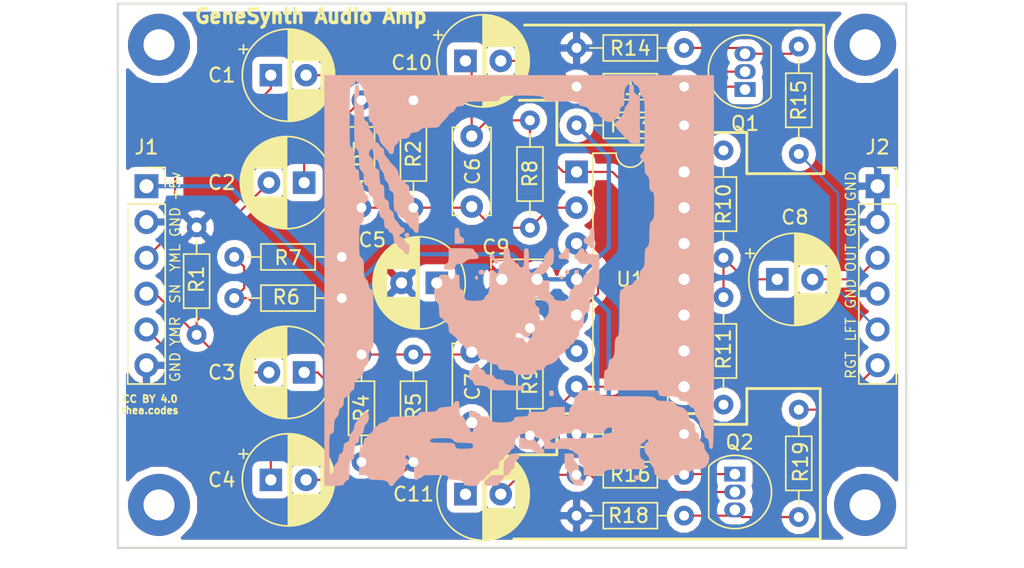
<source format=kicad_pcb>
(kicad_pcb (version 20171130) (host pcbnew "(5.0.0-3-g5ebb6b6)")
  (title_block (title "MegaAmp Board") (date 2018-10-03) (rev v0) (company thea.codes) (comment 1 "Thea Flowers") (comment 2 "CC BY 4.0"))
  (layers (0 F.Cu signal) (31 B.Cu signal) (34 B.Paste user) (36 B.SilkS user) (37 F.SilkS user) (38 B.Mask user) (39 F.Mask user) (44 Edge.Cuts user))
  (net 0 "")
  (net 1 "Net-(C1-Pad2)")
  (net 2 "Net-(C2-Pad1)")
  (net 3 "Net-(C3-Pad1)")
  (net 4 "Net-(C4-Pad2)")
  (net 5 "Net-(C5-Pad1)")
  (net 6 GND)
  (net 7 "Net-(C6-Pad2)")
  (net 8 "Net-(C7-Pad2)")
  (net 9 "Net-(C8-Pad1)")
  (net 10 +5V)
  (net 11 "Net-(R10-Pad2)")
  (net 12 "Net-(R11-Pad1)")
  (net 13 RawAudioLeft)
  (net 14 RawAudioRight)
  (net 15 "Net-(C10-Pad2)")
  (net 16 "Net-(C11-Pad2)")
  (net 17 "Net-(Q1-Pad1)")
  (net 18 "Net-(Q1-Pad3)")
  (net 19 "Net-(Q2-Pad3)")
  (net 20 "Net-(Q2-Pad1)")
  (net 21 HeadphoneLeft)
  (net 22 HeadphoneRight)
  (net 23 YMLeft)
  (net 24 SN)
  (net 25 YMRight)
  (net 26 Mono)
  (module MountingHole:MountingHole_2.2mm_M2_Pad (layer F.Cu) (at 79.629 82.423)
    (fp_text reference REF** hide)
    (fp_text value MountingHole_2.2mm_M2_Pad)
    (pad 1 thru_hole circle (at 0 0) (size 4.4 4.4) (drill 2.2) (layers *.Cu *.Mask))
  )
  (module MountingHole:MountingHole_2.2mm_M2_Pad (layer F.Cu) (at 129.667 82.423)
    (fp_text reference REF** hide)
    (fp_text value MountingHole_2.2mm_M2_Pad)
    (pad 1 thru_hole circle (at 0 0) (size 4.4 4.4) (drill 2.2) (layers *.Cu *.Mask))
  )
  (module MountingHole:MountingHole_2.2mm_M2_Pad (layer F.Cu) (at 79.629 115.062)
    (fp_text reference REF** hide)
    (fp_text value MountingHole_2.2mm_M2_Pad)
    (pad 1 thru_hole circle (at 0 0) (size 4.4 4.4) (drill 2.2) (layers *.Cu *.Mask))
  )
  (module "Mega Amp:nei" (layer B.Cu) (at 105.156 99.06 180)
    (fp_text reference G*** hide)
    (fp_text value LOGO hide)
  )
  (module Resistor_THT:R_Axial_DIN0204_L3.6mm_D1.6mm_P7.62mm_Horizontal (layer F.Cu) (at 116.84 88.138 180)
    (fp_text reference R13 (at 3.81 0 180) (layer F.SilkS))
    (fp_text value 27)
    (pad 2 thru_hole oval (at 7.62 0 180) (size 1.4 1.4) (drill 0.7) (layers *.Cu *.Mask) (net 10 +5V))
    (pad 1 thru_hole circle (at 0 0 180) (size 1.4 1.4) (drill 0.7) (layers *.Cu *.Mask) (net 17 "Net-(Q1-Pad1)"))
  )
  (module Resistor_THT:R_Axial_DIN0204_L3.6mm_D1.6mm_P7.62mm_Horizontal (layer F.Cu) (at 116.84 82.65 180)
    (fp_text reference R14 (at 3.81 -0.027 180) (layer F.SilkS))
    (fp_text value 330)
    (pad 1 thru_hole circle (at 0 0 180) (size 1.4 1.4) (drill 0.7) (layers *.Cu *.Mask) (net 18 "Net-(Q1-Pad3)"))
    (pad 2 thru_hole oval (at 7.62 0 180) (size 1.4 1.4) (drill 0.7) (layers *.Cu *.Mask) (net 6 GND))
  )
  (module Resistor_THT:R_Axial_DIN0204_L3.6mm_D1.6mm_P7.62mm_Horizontal (layer F.Cu) (at 124.968 82.55 270)
    (fp_text reference R15 (at 3.81 0 270) (layer F.SilkS))
    (fp_text value 33)
    (pad 2 thru_hole oval (at 7.62 0 270) (size 1.4 1.4) (drill 0.7) (layers *.Cu *.Mask) (net 21 HeadphoneLeft))
    (pad 1 thru_hole circle (at 0 0 270) (size 1.4 1.4) (drill 0.7) (layers *.Cu *.Mask) (net 18 "Net-(Q1-Pad3)"))
  )
  (module Resistor_THT:R_Axial_DIN0204_L3.6mm_D1.6mm_P7.62mm_Horizontal (layer F.Cu) (at 109.22 112.9284)
    (fp_text reference R16 (at 3.81 -0.0254) (layer F.SilkS))
    (fp_text value 75K)
    (pad 2 thru_hole oval (at 7.62 0) (size 1.4 1.4) (drill 0.7) (layers *.Cu *.Mask) (net 20 "Net-(Q2-Pad1)"))
    (pad 1 thru_hole circle (at 0 0) (size 1.4 1.4) (drill 0.7) (layers *.Cu *.Mask) (net 16 "Net-(C11-Pad2)"))
  )
  (module Resistor_THT:R_Axial_DIN0204_L3.6mm_D1.6mm_P7.62mm_Horizontal (layer F.Cu) (at 116.84 110.0328 180)
    (fp_text reference R17 (at 3.81 -0.0762 180) (layer F.SilkS))
    (fp_text value 27)
    (pad 1 thru_hole circle (at 0 0 180) (size 1.4 1.4) (drill 0.7) (layers *.Cu *.Mask) (net 20 "Net-(Q2-Pad1)"))
    (pad 2 thru_hole oval (at 7.62 0 180) (size 1.4 1.4) (drill 0.7) (layers *.Cu *.Mask) (net 10 +5V))
  )
  (module Resistor_THT:R_Axial_DIN0204_L3.6mm_D1.6mm_P7.62mm_Horizontal (layer F.Cu) (at 116.84 115.824 180)
    (fp_text reference R18 (at 3.937 0 180) (layer F.SilkS))
    (fp_text value 330)
    (pad 2 thru_hole oval (at 7.62 0 180) (size 1.4 1.4) (drill 0.7) (layers *.Cu *.Mask) (net 6 GND))
    (pad 1 thru_hole circle (at 0 0 180) (size 1.4 1.4) (drill 0.7) (layers *.Cu *.Mask) (net 19 "Net-(Q2-Pad3)"))
  )
  (module Resistor_THT:R_Axial_DIN0204_L3.6mm_D1.6mm_P7.62mm_Horizontal (layer F.Cu) (at 124.968 115.924 90)
    (fp_text reference R19 (at 3.91 0.127 90) (layer F.SilkS))
    (fp_text value 33)
    (pad 1 thru_hole circle (at 0 0 90) (size 1.4 1.4) (drill 0.7) (layers *.Cu *.Mask) (net 19 "Net-(Q2-Pad3)"))
    (pad 2 thru_hole oval (at 7.62 0 90) (size 1.4 1.4) (drill 0.7) (layers *.Cu *.Mask) (net 22 HeadphoneRight))
  )
  (module Capacitor_THT:CP_Radial_D6.3mm_P2.50mm (layer F.Cu) (at 87.551241 84.582)
    (fp_text reference C1 (at -3.477241 0) (layer F.SilkS))
    (fp_text value 10uF)
    (pad 2 thru_hole circle (at 2.5 0) (size 1.6 1.6) (drill 0.8) (layers *.Cu *.Mask) (net 1 "Net-(C1-Pad2)"))
    (pad 1 thru_hole rect (at 0 0) (size 1.6 1.6) (drill 0.8) (layers *.Cu *.Mask) (net 23 YMLeft))
  )
  (module Capacitor_THT:CP_Radial_D6.3mm_P2.50mm (layer F.Cu) (at 89.916 92.2024 180)
    (fp_text reference C2 (at 5.842 0.0004 180) (layer F.SilkS))
    (fp_text value 1uF)
    (pad 1 thru_hole rect (at 0 0 180) (size 1.6 1.6) (drill 0.8) (layers *.Cu *.Mask) (net 2 "Net-(C2-Pad1)"))
    (pad 2 thru_hole circle (at 2.5 0 180) (size 1.6 1.6) (drill 0.8) (layers *.Cu *.Mask) (net 24 SN))
  )
  (module Capacitor_THT:CP_Radial_D6.3mm_P2.50mm (layer F.Cu) (at 89.916 105.6636 180)
    (fp_text reference C3 (at 5.842 -0.0004 180) (layer F.SilkS))
    (fp_text value 1uF)
    (pad 1 thru_hole rect (at 0 0 180) (size 1.6 1.6) (drill 0.8) (layers *.Cu *.Mask) (net 3 "Net-(C3-Pad1)"))
    (pad 2 thru_hole circle (at 2.5 0 180) (size 1.6 1.6) (drill 0.8) (layers *.Cu *.Mask) (net 24 SN))
  )
  (module Capacitor_THT:CP_Radial_D6.3mm_P2.50mm (layer F.Cu) (at 87.551241 113.284)
    (fp_text reference C4 (at -3.477241 0) (layer F.SilkS))
    (fp_text value 10uF)
    (pad 2 thru_hole circle (at 2.5 0) (size 1.6 1.6) (drill 0.8) (layers *.Cu *.Mask) (net 4 "Net-(C4-Pad2)"))
    (pad 1 thru_hole rect (at 0 0) (size 1.6 1.6) (drill 0.8) (layers *.Cu *.Mask) (net 25 YMRight))
  )
  (module Capacitor_THT:CP_Radial_D6.3mm_P2.50mm (layer F.Cu) (at 99.314 99.314 180)
    (fp_text reference C5 (at 4.572 3.048) (layer F.SilkS))
    (fp_text value 100uF)
    (pad 1 thru_hole rect (at 0 0 180) (size 1.6 1.6) (drill 0.8) (layers *.Cu *.Mask) (net 5 "Net-(C5-Pad1)"))
    (pad 2 thru_hole circle (at 2.5 0 180) (size 1.6 1.6) (drill 0.8) (layers *.Cu *.Mask) (net 6 GND))
  )
  (module Capacitor_THT:C_Disc_D6.0mm_W2.5mm_P5.00mm (layer F.Cu) (at 101.788666 88.9 270)
    (fp_text reference C6 (at 2.5 -0.065334 270) (layer F.SilkS))
    (fp_text value 270pF)
    (pad 2 thru_hole circle (at 5 0 270) (size 1.6 1.6) (drill 0.8) (layers *.Cu *.Mask) (net 7 "Net-(C6-Pad2)"))
    (pad 1 thru_hole circle (at 0 0 270) (size 1.6 1.6) (drill 0.8) (layers *.Cu *.Mask) (net 13 RawAudioLeft))
  )
  (module Capacitor_THT:C_Disc_D6.0mm_W2.5mm_P5.00mm (layer F.Cu) (at 101.788666 109.22 90)
    (fp_text reference C7 (at 2.54 0.065334 90) (layer F.SilkS))
    (fp_text value 270pf)
    (pad 1 thru_hole circle (at 0 0 90) (size 1.6 1.6) (drill 0.8) (layers *.Cu *.Mask) (net 14 RawAudioRight))
    (pad 2 thru_hole circle (at 5 0 90) (size 1.6 1.6) (drill 0.8) (layers *.Cu *.Mask) (net 8 "Net-(C7-Pad2)"))
  )
  (module Capacitor_THT:CP_Radial_D6.3mm_P2.50mm (layer F.Cu) (at 123.444 99.06)
    (fp_text reference C8 (at 1.25 -4.4) (layer F.SilkS))
    (fp_text value 220uF)
    (pad 1 thru_hole rect (at 0 0) (size 1.6 1.6) (drill 0.8) (layers *.Cu *.Mask) (net 9 "Net-(C8-Pad1)"))
    (pad 2 thru_hole circle (at 2.5 0) (size 1.6 1.6) (drill 0.8) (layers *.Cu *.Mask) (net 26 Mono))
  )
  (module Capacitor_THT:CP_Radial_D6.3mm_P2.50mm (layer F.Cu) (at 101.346 83.566)
    (fp_text reference C10 (at -3.81 0.127) (layer F.SilkS))
    (fp_text value 220uF)
    (pad 2 thru_hole circle (at 2.5 0) (size 1.6 1.6) (drill 0.8) (layers *.Cu *.Mask) (net 15 "Net-(C10-Pad2)"))
    (pad 1 thru_hole rect (at 0 0) (size 1.6 1.6) (drill 0.8) (layers *.Cu *.Mask) (net 13 RawAudioLeft))
  )
  (module Capacitor_THT:CP_Radial_D6.3mm_P2.50mm (layer F.Cu) (at 101.346 114.3)
    (fp_text reference C11 (at -3.683 0) (layer F.SilkS))
    (fp_text value 220uF)
    (pad 2 thru_hole circle (at 2.5 0) (size 1.6 1.6) (drill 0.8) (layers *.Cu *.Mask) (net 16 "Net-(C11-Pad2)"))
    (pad 1 thru_hole rect (at 0 0) (size 1.6 1.6) (drill 0.8) (layers *.Cu *.Mask) (net 14 RawAudioRight))
  )
  (module Resistor_THT:R_Axial_DIN0204_L3.6mm_D1.6mm_P7.62mm_Horizontal (layer F.Cu) (at 82.296 95.377 270)
    (fp_text reference R1 (at 3.683 0 270) (layer F.SilkS))
    (fp_text value R)
    (pad 2 thru_hole oval (at 7.62 0 270) (size 1.4 1.4) (drill 0.7) (layers *.Cu *.Mask) (net 24 SN))
    (pad 1 thru_hole circle (at 0 0 270) (size 1.4 1.4) (drill 0.7) (layers *.Cu *.Mask) (net 6 GND))
  )
  (module Resistor_THT:R_Axial_DIN0204_L3.6mm_D1.6mm_P7.62mm_Horizontal (layer F.Cu) (at 97.659333 93.98 90)
    (fp_text reference R2 (at 3.81 0.003667 90) (layer F.SilkS))
    (fp_text value 51K)
    (pad 1 thru_hole circle (at 0 0 90) (size 1.4 1.4) (drill 0.7) (layers *.Cu *.Mask) (net 7 "Net-(C6-Pad2)"))
    (pad 2 thru_hole oval (at 7.62 0 90) (size 1.4 1.4) (drill 0.7) (layers *.Cu *.Mask) (net 1 "Net-(C1-Pad2)"))
  )
  (module Resistor_THT:R_Axial_DIN0204_L3.6mm_D1.6mm_P7.62mm_Horizontal (layer F.Cu) (at 93.98 93.98 90)
    (fp_text reference R3 (at 3.81 0 90) (layer F.SilkS))
    (fp_text value 100K)
    (pad 1 thru_hole circle (at 0 0 90) (size 1.4 1.4) (drill 0.7) (layers *.Cu *.Mask) (net 7 "Net-(C6-Pad2)"))
    (pad 2 thru_hole oval (at 7.62 0 90) (size 1.4 1.4) (drill 0.7) (layers *.Cu *.Mask) (net 2 "Net-(C2-Pad1)"))
  )
  (module Resistor_THT:R_Axial_DIN0204_L3.6mm_D1.6mm_P7.62mm_Horizontal (layer F.Cu) (at 93.98 104.394 270)
    (fp_text reference R4 (at 3.81 0 270) (layer F.SilkS))
    (fp_text value 100K)
    (pad 1 thru_hole circle (at 0 0 270) (size 1.4 1.4) (drill 0.7) (layers *.Cu *.Mask) (net 8 "Net-(C7-Pad2)"))
    (pad 2 thru_hole oval (at 7.62 0 270) (size 1.4 1.4) (drill 0.7) (layers *.Cu *.Mask) (net 3 "Net-(C3-Pad1)"))
  )
  (module Resistor_THT:R_Axial_DIN0204_L3.6mm_D1.6mm_P7.62mm_Horizontal (layer F.Cu) (at 97.659333 104.394 270)
    (fp_text reference R5 (at 3.683 -0.003667 270) (layer F.SilkS))
    (fp_text value 51K)
    (pad 1 thru_hole circle (at 0 0 270) (size 1.4 1.4) (drill 0.7) (layers *.Cu *.Mask) (net 8 "Net-(C7-Pad2)"))
    (pad 2 thru_hole oval (at 7.62 0 270) (size 1.4 1.4) (drill 0.7) (layers *.Cu *.Mask) (net 4 "Net-(C4-Pad2)"))
  )
  (module Resistor_THT:R_Axial_DIN0204_L3.6mm_D1.6mm_P7.62mm_Horizontal (layer F.Cu) (at 92.583 97.4728 180)
    (fp_text reference R7 (at 3.81 -0.0632 180) (layer F.SilkS))
    (fp_text value 750)
    (pad 2 thru_hole oval (at 7.62 0 180) (size 1.4 1.4) (drill 0.7) (layers *.Cu *.Mask) (net 5 "Net-(C5-Pad1)"))
    (pad 1 thru_hole circle (at 0 0 180) (size 1.4 1.4) (drill 0.7) (layers *.Cu *.Mask) (net 6 GND))
  )
  (module Resistor_THT:R_Axial_DIN0204_L3.6mm_D1.6mm_P7.62mm_Horizontal (layer F.Cu) (at 105.918 87.784 270)
    (fp_text reference R8 (at 3.783 0 270) (layer F.SilkS))
    (fp_text value 160)
    (pad 2 thru_hole oval (at 7.62 0 270) (size 1.4 1.4) (drill 0.7) (layers *.Cu *.Mask) (net 7 "Net-(C6-Pad2)"))
    (pad 1 thru_hole circle (at 0 0 270) (size 1.4 1.4) (drill 0.7) (layers *.Cu *.Mask) (net 13 RawAudioLeft))
  )
  (module Resistor_THT:R_Axial_DIN0204_L3.6mm_D1.6mm_P7.62mm_Horizontal (layer F.Cu) (at 105.918 110.1328 90)
    (fp_text reference R9 (at 3.8338 0 90) (layer F.SilkS))
    (fp_text value 160)
    (pad 1 thru_hole circle (at 0 0 90) (size 1.4 1.4) (drill 0.7) (layers *.Cu *.Mask) (net 14 RawAudioRight))
    (pad 2 thru_hole oval (at 7.62 0 90) (size 1.4 1.4) (drill 0.7) (layers *.Cu *.Mask) (net 8 "Net-(C7-Pad2)"))
  )
  (module Resistor_THT:R_Axial_DIN0204_L3.6mm_D1.6mm_P7.62mm_Horizontal (layer F.Cu) (at 119.634 97.536 90)
    (fp_text reference R10 (at 3.81 0 90) (layer F.SilkS))
    (fp_text value 330)
    (pad 2 thru_hole oval (at 7.62 0 90) (size 1.4 1.4) (drill 0.7) (layers *.Cu *.Mask) (net 11 "Net-(R10-Pad2)"))
    (pad 1 thru_hole circle (at 0 0 90) (size 1.4 1.4) (drill 0.7) (layers *.Cu *.Mask) (net 9 "Net-(C8-Pad1)"))
  )
  (module Resistor_THT:R_Axial_DIN0204_L3.6mm_D1.6mm_P7.62mm_Horizontal (layer F.Cu) (at 119.634 107.95 90)
    (fp_text reference R11 (at 3.937 0 90) (layer F.SilkS))
    (fp_text value 330)
    (pad 1 thru_hole circle (at 0 0 90) (size 1.4 1.4) (drill 0.7) (layers *.Cu *.Mask) (net 12 "Net-(R11-Pad1)"))
    (pad 2 thru_hole oval (at 7.62 0 90) (size 1.4 1.4) (drill 0.7) (layers *.Cu *.Mask) (net 9 "Net-(C8-Pad1)"))
  )
  (module Resistor_THT:R_Axial_DIN0204_L3.6mm_D1.6mm_P7.62mm_Horizontal (layer F.Cu) (at 109.22 85.394)
    (fp_text reference R12 (at 3.81 0.077) (layer F.SilkS))
    (fp_text value 75K)
    (pad 2 thru_hole oval (at 7.62 0) (size 1.4 1.4) (drill 0.7) (layers *.Cu *.Mask) (net 17 "Net-(Q1-Pad1)"))
    (pad 1 thru_hole circle (at 0 0) (size 1.4 1.4) (drill 0.7) (layers *.Cu *.Mask) (net 15 "Net-(C10-Pad2)"))
  )
  (module Package_TO_SOT_THT:TO-92_Inline (layer F.Cu) (at 121.158 85.6 90)
    (fp_text reference Q1 (at -2.411 0 180) (layer F.SilkS))
    (fp_text value BC547)
    (pad 1 thru_hole rect (at 0 0 90) (size 1.05 1.5) (drill 0.75) (layers *.Cu *.Mask) (net 17 "Net-(Q1-Pad1)"))
    (pad 3 thru_hole oval (at 2.54 0 90) (size 1.05 1.5) (drill 0.75) (layers *.Cu *.Mask) (net 18 "Net-(Q1-Pad3)"))
    (pad 2 thru_hole oval (at 1.27 0 90) (size 1.05 1.5) (drill 0.75) (layers *.Cu *.Mask) (net 15 "Net-(C10-Pad2)"))
  )
  (module Package_TO_SOT_THT:TO-92_Inline (layer F.Cu) (at 120.438 112.874 270)
    (fp_text reference Q2 (at -2.257 -0.339 180) (layer F.SilkS))
    (fp_text value BC547)
    (pad 2 thru_hole oval (at 1.27 0 270) (size 1.05 1.5) (drill 0.75) (layers *.Cu *.Mask) (net 16 "Net-(C11-Pad2)"))
    (pad 3 thru_hole oval (at 2.54 0 270) (size 1.05 1.5) (drill 0.75) (layers *.Cu *.Mask) (net 19 "Net-(Q2-Pad3)"))
    (pad 1 thru_hole rect (at 0 0 270) (size 1.05 1.5) (drill 0.75) (layers *.Cu *.Mask) (net 20 "Net-(Q2-Pad1)"))
  )
  (module Connector_PinSocket_2.54mm:PinSocket_1x06_P2.54mm_Vertical (layer F.Cu) (at 130.556 92.456)
    (fp_text reference J2 (at 0 -2.77) (layer F.SilkS))
    (fp_text value Conn_01x06)
    (pad 1 thru_hole rect (at 0 0) (size 1.7 1.7) (drill 1) (layers *.Cu *.Mask) (net 6 GND))
    (pad 2 thru_hole oval (at 0 2.54) (size 1.7 1.7) (drill 1) (layers *.Cu *.Mask) (net 6 GND))
    (pad 3 thru_hole oval (at 0 5.08) (size 1.7 1.7) (drill 1) (layers *.Cu *.Mask) (net 26 Mono))
    (pad 4 thru_hole oval (at 0 7.62) (size 1.7 1.7) (drill 1) (layers *.Cu *.Mask) (net 6 GND))
    (pad 5 thru_hole oval (at 0 10.16) (size 1.7 1.7) (drill 1) (layers *.Cu *.Mask) (net 21 HeadphoneLeft))
    (pad 6 thru_hole oval (at 0 12.7) (size 1.7 1.7) (drill 1) (layers *.Cu *.Mask) (net 22 HeadphoneRight))
  )
  (module Package_DIP:DIP-14_W7.62mm (layer F.Cu) (at 109.22 91.44)
    (fp_text reference U1 (at 3.81 7.62) (layer F.SilkS))
    (fp_text value TL074)
    (pad 1 thru_hole rect (at 0 0) (size 1.6 1.6) (drill 0.8) (layers *.Cu *.Mask) (net 13 RawAudioLeft))
    (pad 8 thru_hole oval (at 7.62 15.24) (size 1.6 1.6) (drill 0.8) (layers *.Cu *.Mask) (net 12 "Net-(R11-Pad1)"))
    (pad 2 thru_hole oval (at 0 2.54) (size 1.6 1.6) (drill 0.8) (layers *.Cu *.Mask) (net 7 "Net-(C6-Pad2)"))
    (pad 9 thru_hole oval (at 7.62 12.7) (size 1.6 1.6) (drill 0.8) (layers *.Cu *.Mask) (net 12 "Net-(R11-Pad1)"))
    (pad 3 thru_hole oval (at 0 5.08) (size 1.6 1.6) (drill 0.8) (layers *.Cu *.Mask) (net 5 "Net-(C5-Pad1)"))
    (pad 10 thru_hole oval (at 7.62 10.16) (size 1.6 1.6) (drill 0.8) (layers *.Cu *.Mask) (net 14 RawAudioRight))
    (pad 4 thru_hole oval (at 0 7.62) (size 1.6 1.6) (drill 0.8) (layers *.Cu *.Mask) (net 10 +5V))
    (pad 11 thru_hole oval (at 7.62 7.62) (size 1.6 1.6) (drill 0.8) (layers *.Cu *.Mask) (net 6 GND))
    (pad 5 thru_hole oval (at 0 10.16) (size 1.6 1.6) (drill 0.8) (layers *.Cu *.Mask) (net 5 "Net-(C5-Pad1)"))
    (pad 12 thru_hole oval (at 7.62 5.08) (size 1.6 1.6) (drill 0.8) (layers *.Cu *.Mask) (net 13 RawAudioLeft))
    (pad 6 thru_hole oval (at 0 12.7) (size 1.6 1.6) (drill 0.8) (layers *.Cu *.Mask) (net 8 "Net-(C7-Pad2)"))
    (pad 13 thru_hole oval (at 7.62 2.54) (size 1.6 1.6) (drill 0.8) (layers *.Cu *.Mask) (net 11 "Net-(R10-Pad2)"))
    (pad 7 thru_hole oval (at 0 15.24) (size 1.6 1.6) (drill 0.8) (layers *.Cu *.Mask) (net 14 RawAudioRight))
    (pad 14 thru_hole oval (at 7.62 0) (size 1.6 1.6) (drill 0.8) (layers *.Cu *.Mask) (net 11 "Net-(R10-Pad2)"))
  )
  (module Capacitor_THT:C_Disc_D3.8mm_W2.6mm_P2.50mm (layer F.Cu) (at 106.426 99.06 180)
    (fp_text reference C9 (at 2.921 2.286) (layer F.SilkS))
    (fp_text value 100nF)
    (pad 1 thru_hole circle (at 0 0 180) (size 1.6 1.6) (drill 0.8) (layers *.Cu *.Mask) (net 10 +5V))
    (pad 2 thru_hole circle (at 2.5 0 180) (size 1.6 1.6) (drill 0.8) (layers *.Cu *.Mask) (net 6 GND))
  )
  (module Resistor_THT:R_Axial_DIN0204_L3.6mm_D1.6mm_P7.62mm_Horizontal (layer F.Cu) (at 84.963 100.3932)
    (fp_text reference R6 (at 3.683 -0.0632) (layer F.SilkS))
    (fp_text value 510)
    (pad 1 thru_hole circle (at 0 0) (size 1.4 1.4) (drill 0.7) (layers *.Cu *.Mask) (net 5 "Net-(C5-Pad1)"))
    (pad 2 thru_hole oval (at 7.62 0) (size 1.4 1.4) (drill 0.7) (layers *.Cu *.Mask) (net 10 +5V))
  )
  (module Connector_PinSocket_2.54mm:PinSocket_1x06_P2.54mm_Vertical (layer F.Cu) (at 78.74 92.456)
    (fp_text reference J1 (at 0 -2.77) (layer F.SilkS))
    (fp_text value Conn_01x06)
    (pad 6 thru_hole oval (at 0 12.7) (size 1.7 1.7) (drill 1) (layers *.Cu *.Mask) (net 6 GND))
    (pad 5 thru_hole oval (at 0 10.16) (size 1.7 1.7) (drill 1) (layers *.Cu *.Mask) (net 25 YMRight))
    (pad 4 thru_hole oval (at 0 7.62) (size 1.7 1.7) (drill 1) (layers *.Cu *.Mask) (net 24 SN))
    (pad 3 thru_hole oval (at 0 5.08) (size 1.7 1.7) (drill 1) (layers *.Cu *.Mask) (net 23 YMLeft))
    (pad 2 thru_hole oval (at 0 2.54) (size 1.7 1.7) (drill 1) (layers *.Cu *.Mask) (net 6 GND))
    (pad 1 thru_hole rect (at 0 0) (size 1.7 1.7) (drill 1) (layers *.Cu *.Mask) (net 10 +5V))
  )
  (module MountingHole:MountingHole_2.2mm_M2_Pad (layer F.Cu) (at 129.667 115.062)
    (fp_text reference REF** hide)
    (fp_text value MountingHole_2.2mm_M2_Pad)
    (pad 1 thru_hole circle (at 0 0) (size 4.4 4.4) (drill 2.2) (layers *.Cu *.Mask))
  )
  (gr_text RGT (at 128.651 105.156 90) (layer F.SilkS) (effects (font (size 0.7 0.7) (thickness 0.1))))
  (gr_text LFT (at 128.651 102.616 90) (layer F.SilkS) (effects (font (size 0.7 0.7) (thickness 0.1))))
  (gr_text GND (at 128.651 100.076 90) (layer F.SilkS) (effects (font (size 0.7 0.7) (thickness 0.1))))
  (gr_text OUT (at 128.651 97.536 90) (layer F.SilkS) (effects (font (size 0.7 0.7) (thickness 0.1))))
  (gr_text GND (at 128.651 92.456 90) (layer F.SilkS) (effects (font (size 0.7 0.7) (thickness 0.1))))
  (gr_text GND (at 128.651 94.996 90) (layer F.SilkS) (effects (font (size 0.7 0.7) (thickness 0.1))))
  (gr_text SN (at 80.772 100.076 90) (layer F.SilkS) (effects (font (size 0.7 0.7) (thickness 0.1))))
  (gr_text YML (at 80.772 97.536 90) (layer F.SilkS) (effects (font (size 0.7 0.7) (thickness 0.1))))
  (gr_text YMR (at 80.772 102.743 90) (layer F.SilkS) (effects (font (size 0.7 0.7) (thickness 0.1))))
  (gr_text GND (at 80.772 94.996 90) (layer F.SilkS) (effects (font (size 0.7 0.7) (thickness 0.1))))
  (gr_text GND (at 80.772 105.283 90) (layer F.SilkS) (effects (font (size 0.7 0.7) (thickness 0.1))))
  (gr_text +5v (at 80.772 92.456 90) (layer F.SilkS) (effects (font (size 0.7 0.7) (thickness 0.1))))
  (gr_text "CC BY 4.0\nthea.codes" (at 78.994 107.95) (layer F.SilkS) (effects (font (size 0.5 0.5) (thickness 0.125))))
  (gr_text "GeneSynth Audio Amp" (at 82.042 80.391) (layer F.SilkS) (effects (font (size 1 1) (thickness 0.25)) (justify left)))
  (gr_line (start 107.823 86.36) (end 105.156 86.36) (layer F.SilkS) (width 0.2))
  (gr_line (start 107.823 89.535) (end 107.823 86.36) (layer F.SilkS) (width 0.2))
  (gr_line (start 118.237 89.535) (end 107.823 89.535) (layer F.SilkS) (width 0.2))
  (gr_line (start 118.237 88.646) (end 118.237 89.535) (layer F.SilkS) (width 0.2))
  (gr_line (start 121.285 88.646) (end 118.237 88.646) (layer F.SilkS) (width 0.2))
  (gr_line (start 121.285 91.567) (end 121.285 88.646) (layer F.SilkS) (width 0.2))
  (gr_line (start 107.823 111.506) (end 104.902 111.506) (layer F.SilkS) (width 0.2))
  (gr_line (start 107.823 108.585) (end 107.823 111.506) (layer F.SilkS) (width 0.2))
  (gr_line (start 118.237 108.585) (end 107.823 108.585) (layer F.SilkS) (width 0.2))
  (gr_line (start 118.237 109.347) (end 118.237 108.585) (layer F.SilkS) (width 0.2))
  (gr_line (start 121.285 109.347) (end 118.237 109.347) (layer F.SilkS) (width 0.2))
  (gr_line (start 121.285 106.807) (end 121.285 109.347) (layer F.SilkS) (width 0.2))
  (gr_line (start 126.365 117.475) (end 104.775 117.475) (layer F.SilkS) (width 0.2))
  (gr_line (start 126.492 106.807) (end 121.285 106.807) (layer F.SilkS) (width 0.2))
  (gr_line (start 126.492 117.475) (end 126.492 106.807) (layer F.SilkS) (width 0.2))
  (gr_line (start 126.746 91.567) (end 121.285 91.567) (layer F.SilkS) (width 0.2))
  (gr_line (start 126.746 81.026) (end 126.746 91.44) (layer F.SilkS) (width 0.2))
  (gr_line (start 105.537 81.026) (end 126.619 81.026) (layer F.SilkS) (width 0.2))
  (gr_line (start 76.708 79.502) (end 132.588 79.502) (layer Edge.Cuts) (width 0.15))
  (gr_line (start 76.708 118.11) (end 76.708 79.502) (layer Edge.Cuts) (width 0.15))
  (gr_line (start 132.588 118.11) (end 76.708 118.11) (layer Edge.Cuts) (width 0.15))
  (gr_line (start 132.588 79.502) (end 132.588 118.11) (layer Edge.Cuts) (width 0.15))
  (segment (start 96.959334 85.660001) (end 97.659333 86.36) (width 0.1524) (layer F.Cu) (net 1))
  (segment (start 95.881333 84.582) (end 96.959334 85.660001) (width 0.1524) (layer F.Cu) (net 1))
  (segment (start 90.051241 84.582) (end 95.881333 84.582) (width 0.1524) (layer F.Cu) (net 1))
  (segment (start 89.916 90.424) (end 93.98 86.36) (width 0.1524) (layer F.Cu) (net 2))
  (segment (start 89.916 92.2024) (end 89.916 90.424) (width 0.1524) (layer F.Cu) (net 2))
  (segment (start 90.8684 105.6636) (end 89.916 105.6636) (width 0.1524) (layer F.Cu) (net 3))
  (segment (start 93.98 108.7752) (end 90.8684 105.6636) (width 0.1524) (layer F.Cu) (net 3))
  (segment (start 93.98 112.014) (end 93.98 108.7752) (width 0.1524) (layer F.Cu) (net 3))
  (segment (start 96.389333 113.284) (end 97.659333 112.014) (width 0.1524) (layer F.Cu) (net 4))
  (segment (start 90.051241 113.284) (end 96.389333 113.284) (width 0.1524) (layer F.Cu) (net 4))
  (segment (start 100.2664 99.314) (end 102.0444 101.092) (width 0.1524) (layer F.Cu) (net 5))
  (segment (start 99.314 99.314) (end 100.2664 99.314) (width 0.1524) (layer F.Cu) (net 5))
  (segment (start 102.0444 101.092) (end 107.188 101.092) (width 0.1524) (layer F.Cu) (net 5))
  (segment (start 107.696 101.6) (end 109.22 101.6) (width 0.1524) (layer F.Cu) (net 5))
  (segment (start 107.188 101.092) (end 107.696 101.6) (width 0.1524) (layer F.Cu) (net 5))
  (segment (start 110.744 98.044) (end 109.22 96.52) (width 0.1524) (layer F.Cu) (net 5))
  (segment (start 110.744 100.076) (end 110.744 98.044) (width 0.1524) (layer F.Cu) (net 5))
  (segment (start 109.22 101.6) (end 110.744 100.076) (width 0.1524) (layer F.Cu) (net 5))
  (segment (start 85.662999 98.172799) (end 84.963 97.4728) (width 0.1524) (layer F.Cu) (net 5))
  (segment (start 85.662999 99.693201) (end 85.662999 98.172799) (width 0.1524) (layer F.Cu) (net 5))
  (segment (start 84.963 100.3932) (end 85.662999 99.693201) (width 0.1524) (layer F.Cu) (net 5))
  (segment (start 99.314 100.584) (end 99.314 99.314) (width 0.1524) (layer F.Cu) (net 5))
  (segment (start 87.159749 101.6) (end 98.298 101.6) (width 0.1524) (layer F.Cu) (net 5))
  (segment (start 85.952949 100.3932) (end 87.159749 101.6) (width 0.1524) (layer F.Cu) (net 5))
  (segment (start 98.298 101.6) (end 99.314 100.584) (width 0.1524) (layer F.Cu) (net 5))
  (segment (start 84.963 100.3932) (end 85.952949 100.3932) (width 0.1524) (layer F.Cu) (net 5))
  (segment (start 93.98 93.98) (end 97.659333 93.98) (width 0.1524) (layer F.Cu) (net 7))
  (segment (start 101.708666 93.98) (end 101.788666 93.9) (width 0.1524) (layer F.Cu) (net 7))
  (segment (start 97.659333 93.98) (end 101.708666 93.98) (width 0.1524) (layer F.Cu) (net 7))
  (segment (start 103.292666 95.404) (end 105.918 95.404) (width 0.1524) (layer F.Cu) (net 7))
  (segment (start 101.788666 93.9) (end 103.292666 95.404) (width 0.1524) (layer F.Cu) (net 7))
  (segment (start 107.342 93.98) (end 109.22 93.98) (width 0.1524) (layer F.Cu) (net 7))
  (segment (start 105.918 95.404) (end 107.342 93.98) (width 0.1524) (layer F.Cu) (net 7))
  (segment (start 93.98 104.394) (end 97.659333 104.394) (width 0.1524) (layer F.Cu) (net 8))
  (segment (start 101.614666 104.394) (end 101.788666 104.22) (width 0.1524) (layer F.Cu) (net 8))
  (segment (start 97.659333 104.394) (end 101.614666 104.394) (width 0.1524) (layer F.Cu) (net 8))
  (segment (start 103.495866 102.5128) (end 105.918 102.5128) (width 0.1524) (layer F.Cu) (net 8))
  (segment (start 101.788666 104.22) (end 103.495866 102.5128) (width 0.1524) (layer F.Cu) (net 8))
  (segment (start 107.5928 102.5128) (end 109.22 104.14) (width 0.1524) (layer F.Cu) (net 8))
  (segment (start 105.918 102.5128) (end 107.5928 102.5128) (width 0.1524) (layer F.Cu) (net 8))
  (segment (start 119.634 98.525949) (end 119.634 100.33) (width 0.1524) (layer F.Cu) (net 9))
  (segment (start 119.634 97.536) (end 119.634 98.525949) (width 0.1524) (layer F.Cu) (net 9))
  (segment (start 121.158 99.06) (end 119.634 97.536) (width 0.1524) (layer F.Cu) (net 9))
  (segment (start 123.444 99.06) (end 121.158 99.06) (width 0.1524) (layer F.Cu) (net 9))
  (segment (start 84.6458 92.456) (end 92.583 100.3932) (width 0.3048) (layer B.Cu) (net 10))
  (segment (start 78.74 92.456) (end 84.6458 92.456) (width 0.3048) (layer B.Cu) (net 10))
  (segment (start 93.282999 99.693201) (end 93.346799 99.693201) (width 0.3048) (layer B.Cu) (net 10))
  (segment (start 92.583 100.3932) (end 93.282999 99.693201) (width 0.3048) (layer B.Cu) (net 10))
  (segment (start 93.346799 99.693201) (end 95.758 97.282) (width 0.3048) (layer B.Cu) (net 10))
  (segment (start 104.648 97.282) (end 106.426 99.06) (width 0.3048) (layer B.Cu) (net 10))
  (segment (start 95.758 97.282) (end 104.648 97.282) (width 0.3048) (layer B.Cu) (net 10))
  (segment (start 106.426 99.06) (end 109.22 99.06) (width 0.3048) (layer B.Cu) (net 10))
  (segment (start 111.506 90.424) (end 109.22 88.138) (width 0.3048) (layer B.Cu) (net 10))
  (segment (start 111.506 96.774) (end 111.506 90.424) (width 0.3048) (layer B.Cu) (net 10))
  (segment (start 109.22 99.06) (end 111.506 96.774) (width 0.3048) (layer B.Cu) (net 10))
  (segment (start 111.506 107.7468) (end 109.22 110.0328) (width 0.3048) (layer B.Cu) (net 10))
  (segment (start 111.506 101.346) (end 111.506 107.7468) (width 0.3048) (layer B.Cu) (net 10))
  (segment (start 109.22 99.06) (end 111.506 101.346) (width 0.3048) (layer B.Cu) (net 10))
  (segment (start 116.84 93.98) (end 116.84 91.44) (width 0.1524) (layer F.Cu) (net 11))
  (segment (start 118.364 89.916) (end 119.634 89.916) (width 0.1524) (layer F.Cu) (net 11))
  (segment (start 116.84 91.44) (end 118.364 89.916) (width 0.1524) (layer F.Cu) (net 11))
  (segment (start 116.84 105.27137) (end 116.84 106.68) (width 0.1524) (layer F.Cu) (net 12))
  (segment (start 116.84 104.14) (end 116.84 105.27137) (width 0.1524) (layer F.Cu) (net 12))
  (segment (start 118.11 107.95) (end 119.634 107.95) (width 0.1524) (layer F.Cu) (net 12))
  (segment (start 116.84 106.68) (end 118.11 107.95) (width 0.1524) (layer F.Cu) (net 12))
  (segment (start 105.918 88.773949) (end 105.918 87.784) (width 0.1524) (layer F.Cu) (net 13))
  (segment (start 105.918 89.0904) (end 105.918 88.773949) (width 0.1524) (layer F.Cu) (net 13))
  (segment (start 108.2676 91.44) (end 105.918 89.0904) (width 0.1524) (layer F.Cu) (net 13))
  (segment (start 109.22 91.44) (end 108.2676 91.44) (width 0.1524) (layer F.Cu) (net 13))
  (segment (start 102.904666 87.784) (end 105.918 87.784) (width 0.1524) (layer F.Cu) (net 13))
  (segment (start 101.788666 88.9) (end 102.904666 87.784) (width 0.1524) (layer F.Cu) (net 13))
  (segment (start 101.788666 84.008666) (end 101.346 83.566) (width 0.1524) (layer F.Cu) (net 13))
  (segment (start 101.788666 88.9) (end 101.788666 84.008666) (width 0.1524) (layer F.Cu) (net 13))
  (segment (start 111.76 91.44) (end 116.84 96.52) (width 0.1524) (layer F.Cu) (net 13))
  (segment (start 109.22 91.44) (end 111.76 91.44) (width 0.1524) (layer F.Cu) (net 13))
  (segment (start 101.346 109.662666) (end 101.788666 109.22) (width 0.1524) (layer F.Cu) (net 14))
  (segment (start 101.346 114.3) (end 101.346 109.662666) (width 0.1524) (layer F.Cu) (net 14))
  (segment (start 105.0052 109.22) (end 105.918 110.1328) (width 0.1524) (layer F.Cu) (net 14))
  (segment (start 101.788666 109.22) (end 105.0052 109.22) (width 0.1524) (layer F.Cu) (net 14))
  (segment (start 111.76 106.68) (end 116.84 101.6) (width 0.1524) (layer F.Cu) (net 14))
  (segment (start 109.22 106.68) (end 111.76 106.68) (width 0.1524) (layer F.Cu) (net 14))
  (segment (start 109.22 106.8308) (end 109.22 106.68) (width 0.1524) (layer F.Cu) (net 14))
  (segment (start 105.918 110.1328) (end 109.22 106.8308) (width 0.1524) (layer F.Cu) (net 14))
  (segment (start 107.392 83.566) (end 109.22 85.394) (width 0.1524) (layer F.Cu) (net 15))
  (segment (start 103.846 83.566) (end 107.392 83.566) (width 0.1524) (layer F.Cu) (net 15))
  (segment (start 109.919999 84.694001) (end 112.917999 84.694001) (width 0.1524) (layer F.Cu) (net 15))
  (segment (start 109.22 85.394) (end 109.919999 84.694001) (width 0.1524) (layer F.Cu) (net 15))
  (segment (start 112.917999 84.694001) (end 113.538 84.074) (width 0.1524) (layer F.Cu) (net 15))
  (segment (start 113.538 84.074) (end 118.618 84.074) (width 0.1524) (layer F.Cu) (net 15))
  (segment (start 118.874 84.33) (end 121.158 84.33) (width 0.1524) (layer F.Cu) (net 15))
  (segment (start 118.618 84.074) (end 118.874 84.33) (width 0.1524) (layer F.Cu) (net 15))
  (segment (start 105.2176 112.9284) (end 109.22 112.9284) (width 0.1524) (layer F.Cu) (net 16))
  (segment (start 103.846 114.3) (end 105.2176 112.9284) (width 0.1524) (layer F.Cu) (net 16))
  (segment (start 119.5356 114.144) (end 120.438 114.144) (width 0.1524) (layer F.Cu) (net 16))
  (segment (start 111.425549 114.144) (end 119.5356 114.144) (width 0.1524) (layer F.Cu) (net 16))
  (segment (start 110.209949 112.9284) (end 111.425549 114.144) (width 0.1524) (layer F.Cu) (net 16))
  (segment (start 109.22 112.9284) (end 110.209949 112.9284) (width 0.1524) (layer F.Cu) (net 16))
  (segment (start 116.84 86.383949) (end 116.84 88.138) (width 0.1524) (layer F.Cu) (net 17))
  (segment (start 116.84 85.394) (end 116.84 86.383949) (width 0.1524) (layer F.Cu) (net 17))
  (segment (start 120.952 85.394) (end 121.158 85.6) (width 0.1524) (layer F.Cu) (net 17))
  (segment (start 116.84 85.394) (end 120.952 85.394) (width 0.1524) (layer F.Cu) (net 17))
  (segment (start 120.748 82.65) (end 121.158 83.06) (width 0.1524) (layer F.Cu) (net 18))
  (segment (start 116.84 82.65) (end 120.748 82.65) (width 0.1524) (layer F.Cu) (net 18))
  (segment (start 124.458 83.06) (end 124.968 82.55) (width 0.1524) (layer F.Cu) (net 18))
  (segment (start 121.158 83.06) (end 124.458 83.06) (width 0.1524) (layer F.Cu) (net 18))
  (segment (start 120.028 115.824) (end 120.438 115.414) (width 0.1524) (layer F.Cu) (net 19))
  (segment (start 116.84 115.824) (end 120.028 115.824) (width 0.1524) (layer F.Cu) (net 19))
  (segment (start 120.948 115.924) (end 120.438 115.414) (width 0.1524) (layer F.Cu) (net 19))
  (segment (start 124.968 115.924) (end 120.948 115.924) (width 0.1524) (layer F.Cu) (net 19))
  (segment (start 116.8944 112.874) (end 116.84 112.9284) (width 0.1524) (layer F.Cu) (net 20))
  (segment (start 120.438 112.874) (end 116.8944 112.874) (width 0.1524) (layer F.Cu) (net 20))
  (segment (start 116.84 112.9284) (end 116.84 110.0328) (width 0.1524) (layer F.Cu) (net 20))
  (segment (start 130.556 102.616) (end 127.762 99.822) (width 0.1524) (layer B.Cu) (net 21))
  (segment (start 127.762 92.964) (end 124.968 90.17) (width 0.1524) (layer B.Cu) (net 21))
  (segment (start 127.762 99.822) (end 127.762 92.964) (width 0.1524) (layer B.Cu) (net 21))
  (segment (start 127.408 108.304) (end 130.556 105.156) (width 0.1524) (layer F.Cu) (net 22))
  (segment (start 124.968 108.304) (end 127.408 108.304) (width 0.1524) (layer F.Cu) (net 22))
  (segment (start 85.455641 87.63) (end 87.551241 85.5344) (width 0.1524) (layer F.Cu) (net 23))
  (segment (start 84.328 87.63) (end 85.455641 87.63) (width 0.1524) (layer F.Cu) (net 23))
  (segment (start 80.772 91.186) (end 84.328 87.63) (width 0.1524) (layer F.Cu) (net 23))
  (segment (start 80.772 95.504) (end 80.772 91.186) (width 0.1524) (layer F.Cu) (net 23))
  (segment (start 87.551241 85.5344) (end 87.551241 84.582) (width 0.1524) (layer F.Cu) (net 23))
  (segment (start 78.74 97.536) (end 80.772 95.504) (width 0.1524) (layer F.Cu) (net 23))
  (segment (start 84.9626 105.6636) (end 87.416 105.6636) (width 0.1524) (layer F.Cu) (net 24))
  (segment (start 82.296 102.997) (end 84.9626 105.6636) (width 0.1524) (layer F.Cu) (net 24))
  (segment (start 79.375 100.076) (end 78.74 100.076) (width 0.1524) (layer F.Cu) (net 24))
  (segment (start 82.296 102.997) (end 79.375 100.076) (width 0.1524) (layer F.Cu) (net 24))
  (segment (start 82.296 102.007051) (end 83.566 100.737051) (width 0.1524) (layer F.Cu) (net 24))
  (segment (start 82.296 102.997) (end 82.296 102.007051) (width 0.1524) (layer F.Cu) (net 24))
  (segment (start 83.566 96.0524) (end 87.416 92.2024) (width 0.1524) (layer F.Cu) (net 24))
  (segment (start 83.566 100.737051) (end 83.566 96.0524) (width 0.1524) (layer F.Cu) (net 24))
  (segment (start 87.551241 111.427241) (end 87.551241 113.284) (width 0.1524) (layer F.Cu) (net 25))
  (segment (start 78.74 102.616) (end 87.551241 111.427241) (width 0.1524) (layer F.Cu) (net 25))
  (segment (start 129.032 99.06) (end 130.556 97.536) (width 0.1524) (layer F.Cu) (net 26))
  (segment (start 125.944 99.06) (end 129.032 99.06) (width 0.1524) (layer F.Cu) (net 26))
  (zone (net 6) (net_name GND) (layer F.Cu) (connect_pads (clearance 0.508)) (min_thickness 0.254) (fill yes (arc_segments 16) (thermal_gap 0.508) (thermal_bridge_width 0.508))
    (polygon (pts (xy 76.454 79.248) (xy 132.842 79.248) (xy 132.842 118.364) (xy 76.454 118.364)))
  )
  (zone (net 6) (net_name GND) (layer B.Cu) (connect_pads (clearance 0.508)) (min_thickness 0.254) (fill yes (arc_segments 16) (thermal_gap 0.508) (thermal_bridge_width 0.508))
    (polygon (pts (xy 76.454 79.248) (xy 132.842 79.248) (xy 132.842 118.364) (xy 76.454 118.364)))
  )
)
</source>
